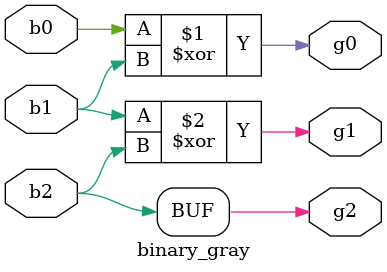
<source format=v>

module binary_gray(
input b0,b1,b2,
output g0,g1,g2
);
assign g0=b0^b1;
assign g1=b1^b2;
assign g2=b2;


endmodule
</source>
